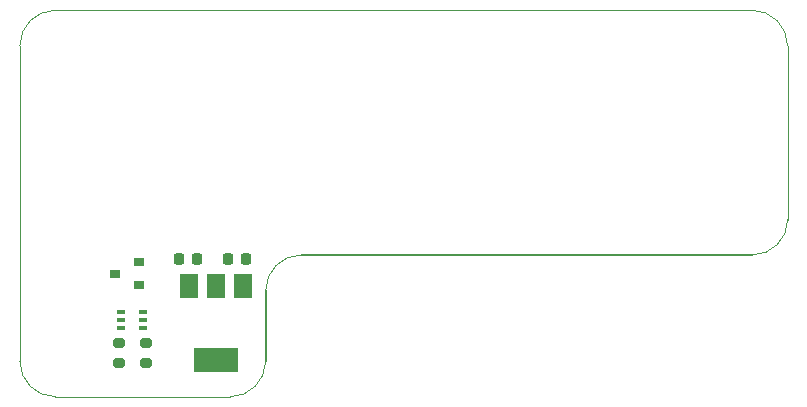
<source format=gbr>
G04 #@! TF.GenerationSoftware,KiCad,Pcbnew,(6.0.1)*
G04 #@! TF.CreationDate,2022-12-05T15:49:33+00:00*
G04 #@! TF.ProjectId,retropie-minicade-hat,72657472-6f70-4696-952d-6d696e696361,rev?*
G04 #@! TF.SameCoordinates,Original*
G04 #@! TF.FileFunction,Paste,Top*
G04 #@! TF.FilePolarity,Positive*
%FSLAX46Y46*%
G04 Gerber Fmt 4.6, Leading zero omitted, Abs format (unit mm)*
G04 Created by KiCad (PCBNEW (6.0.1)) date 2022-12-05 15:49:33*
%MOMM*%
%LPD*%
G01*
G04 APERTURE LIST*
G04 Aperture macros list*
%AMRoundRect*
0 Rectangle with rounded corners*
0 $1 Rounding radius*
0 $2 $3 $4 $5 $6 $7 $8 $9 X,Y pos of 4 corners*
0 Add a 4 corners polygon primitive as box body*
4,1,4,$2,$3,$4,$5,$6,$7,$8,$9,$2,$3,0*
0 Add four circle primitives for the rounded corners*
1,1,$1+$1,$2,$3*
1,1,$1+$1,$4,$5*
1,1,$1+$1,$6,$7*
1,1,$1+$1,$8,$9*
0 Add four rect primitives between the rounded corners*
20,1,$1+$1,$2,$3,$4,$5,0*
20,1,$1+$1,$4,$5,$6,$7,0*
20,1,$1+$1,$6,$7,$8,$9,0*
20,1,$1+$1,$8,$9,$2,$3,0*%
G04 Aperture macros list end*
G04 #@! TA.AperFunction,Profile*
%ADD10C,0.100000*%
G04 #@! TD*
G04 #@! TA.AperFunction,Profile*
%ADD11C,0.150000*%
G04 #@! TD*
%ADD12RoundRect,0.200000X-0.275000X0.200000X-0.275000X-0.200000X0.275000X-0.200000X0.275000X0.200000X0*%
%ADD13R,0.900000X0.800000*%
%ADD14RoundRect,0.225000X-0.225000X-0.250000X0.225000X-0.250000X0.225000X0.250000X-0.225000X0.250000X0*%
%ADD15R,0.650000X0.400000*%
%ADD16R,1.500000X2.000000*%
%ADD17R,3.800000X2.000000*%
G04 APERTURE END LIST*
D10*
X143510000Y-65024000D02*
X143499680Y-50291999D01*
X78499680Y-50291999D02*
X78499680Y-77013320D01*
D11*
X99314000Y-77018556D02*
X99314000Y-71013528D01*
D10*
X96314005Y-80013321D02*
G75*
G03*
X99314000Y-77018556I-2J3000002D01*
G01*
X140499680Y-47291999D02*
X81499680Y-47291999D01*
X81499680Y-80013320D02*
X96314005Y-80013320D01*
X102313995Y-68018763D02*
G75*
G03*
X99314000Y-71013528I2J-3000002D01*
G01*
D11*
X140510005Y-68018764D02*
X102313995Y-68018764D01*
D10*
X143499680Y-50291999D02*
G75*
G03*
X140499680Y-47291999I-3000001J-1D01*
G01*
X81499680Y-47291999D02*
G75*
G03*
X78499680Y-50291999I1J-3000001D01*
G01*
X140510005Y-68018765D02*
G75*
G03*
X143510000Y-65024000I-2J3000002D01*
G01*
X78499680Y-77013320D02*
G75*
G03*
X81499680Y-80013320I3000001J1D01*
G01*
D12*
X89154000Y-75472500D03*
X89154000Y-77122500D03*
X86868000Y-75472500D03*
X86868000Y-77122500D03*
D13*
X88600000Y-70550000D03*
X88600000Y-68650000D03*
X86600000Y-69600000D03*
D14*
X91935000Y-68326000D03*
X93485000Y-68326000D03*
D15*
X88961000Y-74183000D03*
X88961000Y-73533000D03*
X88961000Y-72883000D03*
X87061000Y-72883000D03*
X87061000Y-73533000D03*
X87061000Y-74183000D03*
D16*
X97423000Y-70637000D03*
D17*
X95123000Y-76937000D03*
D16*
X95123000Y-70637000D03*
X92823000Y-70637000D03*
D14*
X96126000Y-68326000D03*
X97676000Y-68326000D03*
M02*

</source>
